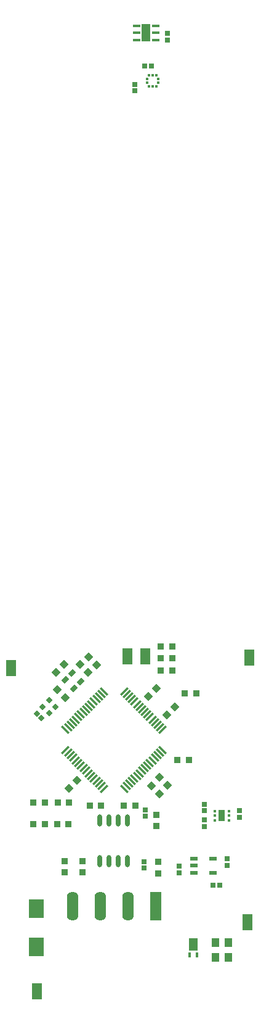
<source format=gbr>
%TF.GenerationSoftware,Altium Limited,Altium Designer,19.1.5 (86)*%
G04 Layer_Color=8421504*
%FSLAX26Y26*%
%MOIN*%
%TF.FileFunction,Paste,Top*%
%TF.Part,Single*%
G01*
G75*
%TA.AperFunction,SMDPad,CuDef*%
G04:AMPARAMS|DCode=10|XSize=35.433mil|YSize=33.465mil|CornerRadius=0mil|HoleSize=0mil|Usage=FLASHONLY|Rotation=45.000|XOffset=0mil|YOffset=0mil|HoleType=Round|Shape=Rectangle|*
%AMROTATEDRECTD10*
4,1,4,-0.000696,-0.024359,-0.024359,-0.000696,0.000696,0.024359,0.024359,0.000696,-0.000696,-0.024359,0.0*
%
%ADD10ROTATEDRECTD10*%

%ADD11P,0.038974X4X90.0*%
%ADD12P,0.035634X4X270.0*%
G04:AMPARAMS|DCode=13|XSize=35.433mil|YSize=33.465mil|CornerRadius=0mil|HoleSize=0mil|Usage=FLASHONLY|Rotation=135.000|XOffset=0mil|YOffset=0mil|HoleType=Round|Shape=Rectangle|*
%AMROTATEDRECTD13*
4,1,4,0.024359,-0.000696,0.000696,-0.024359,-0.024359,0.000696,-0.000696,0.024359,0.024359,-0.000696,0.0*
%
%ADD13ROTATEDRECTD13*%

G04:AMPARAMS|DCode=14|XSize=33.465mil|YSize=25.591mil|CornerRadius=0mil|HoleSize=0mil|Usage=FLASHONLY|Rotation=45.000|XOffset=0mil|YOffset=0mil|HoleType=Round|Shape=Rectangle|*
%AMROTATEDRECTD14*
4,1,4,-0.002784,-0.020879,-0.020879,-0.002784,0.002784,0.020879,0.020879,0.002784,-0.002784,-0.020879,0.0*
%
%ADD14ROTATEDRECTD14*%

%ADD15R,0.035433X0.033465*%
G04:AMPARAMS|DCode=16|XSize=11.811mil|YSize=55.118mil|CornerRadius=0mil|HoleSize=0mil|Usage=FLASHONLY|Rotation=225.000|XOffset=0mil|YOffset=0mil|HoleType=Round|Shape=Rectangle|*
%AMROTATEDRECTD16*
4,1,4,-0.015311,0.023663,0.023663,-0.015311,0.015311,-0.023663,-0.023663,0.015311,-0.015311,0.023663,0.0*
%
%ADD16ROTATEDRECTD16*%

G04:AMPARAMS|DCode=17|XSize=11.811mil|YSize=55.118mil|CornerRadius=0mil|HoleSize=0mil|Usage=FLASHONLY|Rotation=135.000|XOffset=0mil|YOffset=0mil|HoleType=Round|Shape=Rectangle|*
%AMROTATEDRECTD17*
4,1,4,0.023663,0.015311,-0.015311,-0.023663,-0.023663,-0.015311,0.015311,0.023663,0.023663,0.015311,0.0*
%
%ADD17ROTATEDRECTD17*%

%ADD18R,0.033465X0.035433*%
%ADD19R,0.025197X0.025197*%
%ADD20R,0.017716X0.011811*%
%ADD21R,0.035039X0.062992*%
%ADD22R,0.043307X0.023622*%
%ADD23O,0.025591X0.064961*%
%ADD24R,0.013780X0.014961*%
%ADD25R,0.050394X0.094488*%
%ADD26R,0.039370X0.015748*%
%ADD27R,0.055118X0.086614*%
%ADD28R,0.078740X0.098425*%
%ADD29R,0.015748X0.025591*%
%ADD30R,0.049213X0.070866*%
%ADD31O,0.062992X0.157480*%
%ADD32R,0.062992X0.157480*%
%ADD33R,0.025197X0.025197*%
%ADD34R,0.041339X0.051181*%
D10*
X3738425Y3181575D02*
D03*
X3781575Y3138425D02*
D03*
X3693425Y3141575D02*
D03*
X3736575Y3098425D02*
D03*
X3568425Y3006575D02*
D03*
X3611575Y2963425D02*
D03*
X4123150Y2441850D02*
D03*
X4080000Y2485000D02*
D03*
X4123425Y2531575D02*
D03*
X4166575Y2488425D02*
D03*
D11*
X3490201Y2914799D02*
D03*
X3525000Y2949597D02*
D03*
Y2880000D02*
D03*
X3559798Y2914799D02*
D03*
D12*
X3482806Y2852194D02*
D03*
X3457194Y2877806D02*
D03*
D13*
X3563425Y3098425D02*
D03*
X3606575Y3141575D02*
D03*
X4163425Y2868425D02*
D03*
X4206575Y2911575D02*
D03*
X4063425Y2968425D02*
D03*
X4106575Y3011575D02*
D03*
X3676575Y2516575D02*
D03*
X3633425Y2473425D02*
D03*
D14*
X3695000Y3050000D02*
D03*
X3657418Y3012418D02*
D03*
X3649066Y3095934D02*
D03*
X3611483Y3058352D02*
D03*
D15*
X4105000Y2330512D02*
D03*
Y2269488D02*
D03*
X4115000Y2014488D02*
D03*
Y2075512D02*
D03*
X3705000Y2080000D02*
D03*
Y2018976D02*
D03*
X3610000Y2080512D02*
D03*
Y2019488D02*
D03*
D16*
X3930879Y2471282D02*
D03*
X3944799Y2485202D02*
D03*
X3958718Y2499121D02*
D03*
X3972637Y2513040D02*
D03*
X3986557Y2526960D02*
D03*
X4000476Y2540879D02*
D03*
X4014396Y2554799D02*
D03*
X4028315Y2568718D02*
D03*
X4042235Y2582638D02*
D03*
X4056154Y2596557D02*
D03*
X4070073Y2610476D02*
D03*
X4083993Y2624396D02*
D03*
X4097912Y2638315D02*
D03*
X4111832Y2652235D02*
D03*
X4125751Y2666154D02*
D03*
X4139671Y2680073D02*
D03*
X3822308Y2997436D02*
D03*
X3808388Y2983517D02*
D03*
X3794469Y2969598D02*
D03*
X3780549Y2955678D02*
D03*
X3766630Y2941759D02*
D03*
X3752711Y2927839D02*
D03*
X3738791Y2913920D02*
D03*
X3724872Y2900000D02*
D03*
X3710952Y2886081D02*
D03*
X3697033Y2872162D02*
D03*
X3683113Y2858242D02*
D03*
X3669194Y2844323D02*
D03*
X3655275Y2830403D02*
D03*
X3641355Y2816484D02*
D03*
X3627436Y2802564D02*
D03*
X3613516Y2788645D02*
D03*
D17*
X4139671D02*
D03*
X4125751Y2802564D02*
D03*
X4111832Y2816484D02*
D03*
X4097912Y2830403D02*
D03*
X4083993Y2844323D02*
D03*
X4070073Y2858242D02*
D03*
X4056154Y2872162D02*
D03*
X4042235Y2886081D02*
D03*
X4028315Y2900000D02*
D03*
X4014396Y2913920D02*
D03*
X4000476Y2927839D02*
D03*
X3986557Y2941759D02*
D03*
X3972637Y2955678D02*
D03*
X3958718Y2969598D02*
D03*
X3944799Y2983517D02*
D03*
X3930879Y2997436D02*
D03*
X3613516Y2680073D02*
D03*
X3627436Y2666154D02*
D03*
X3641355Y2652235D02*
D03*
X3655275Y2638315D02*
D03*
X3669194Y2624396D02*
D03*
X3683113Y2610476D02*
D03*
X3697033Y2596557D02*
D03*
X3710952Y2582638D02*
D03*
X3724872Y2568718D02*
D03*
X3738791Y2554799D02*
D03*
X3752711Y2540879D02*
D03*
X3766630Y2526960D02*
D03*
X3780549Y2513040D02*
D03*
X3794469Y2499121D02*
D03*
X3808388Y2485202D02*
D03*
X3822308Y2471282D02*
D03*
D18*
X4320512Y2985000D02*
D03*
X4259488D02*
D03*
X4130000Y3110000D02*
D03*
X4191024D02*
D03*
X4280512Y2625000D02*
D03*
X4219488D02*
D03*
X3744488Y2380000D02*
D03*
X3805512D02*
D03*
X3990512D02*
D03*
X3929488D02*
D03*
X4191024Y3240000D02*
D03*
X4130000D02*
D03*
X4191024Y3175000D02*
D03*
X4130000D02*
D03*
X3501024Y2395000D02*
D03*
X3440000D02*
D03*
X3500512Y2280000D02*
D03*
X3439488D02*
D03*
X3632480Y2395000D02*
D03*
X3571457D02*
D03*
X3630000Y2280000D02*
D03*
X3568976D02*
D03*
D19*
X4165000Y6516890D02*
D03*
Y6553110D02*
D03*
X4365000Y2351890D02*
D03*
Y2388110D02*
D03*
Y2303110D02*
D03*
Y2266890D02*
D03*
X4555000Y2353110D02*
D03*
Y2316890D02*
D03*
X4490000Y2093110D02*
D03*
Y2056890D02*
D03*
X4230000Y2016890D02*
D03*
Y2053110D02*
D03*
X4040000Y2078110D02*
D03*
Y2041890D02*
D03*
X3990000Y6278110D02*
D03*
Y6241890D02*
D03*
X4045000Y2358110D02*
D03*
Y2321890D02*
D03*
D20*
X4421614Y2350591D02*
D03*
Y2325000D02*
D03*
Y2299410D02*
D03*
X4498386Y2350591D02*
D03*
Y2325000D02*
D03*
Y2299410D02*
D03*
D21*
X4460000Y2325000D02*
D03*
D22*
X4308819Y2092402D02*
D03*
Y2055000D02*
D03*
Y2017599D02*
D03*
X4411181D02*
D03*
Y2092402D02*
D03*
D23*
X3800000Y2078780D02*
D03*
X3850000D02*
D03*
X3900000D02*
D03*
X3950000D02*
D03*
X3800000Y2301220D02*
D03*
X3850000D02*
D03*
X3900000D02*
D03*
X3950000D02*
D03*
D24*
X4055000Y6305000D02*
D03*
Y6285315D02*
D03*
X4065433Y6265039D02*
D03*
X4085118D02*
D03*
X4104803D02*
D03*
X4115236Y6285315D02*
D03*
Y6305000D02*
D03*
X4104803Y6325276D02*
D03*
X4085118D02*
D03*
X4065433D02*
D03*
D25*
X4050000Y6555000D02*
D03*
D26*
X4102756Y6515630D02*
D03*
Y6555000D02*
D03*
Y6594370D02*
D03*
X3997244Y6515630D02*
D03*
Y6555000D02*
D03*
Y6594370D02*
D03*
D27*
X3950000Y3185000D02*
D03*
X4045000D02*
D03*
X4610000Y3180000D02*
D03*
X3320000Y3124252D02*
D03*
X4600000Y1750000D02*
D03*
X3460000Y1375000D02*
D03*
D28*
X3455000Y1615000D02*
D03*
Y1823661D02*
D03*
D29*
X4285315Y1574567D02*
D03*
X4324685D02*
D03*
D30*
X4305000Y1629685D02*
D03*
D31*
X3650787Y1835118D02*
D03*
X3800787D02*
D03*
X3950787D02*
D03*
D32*
X4100787D02*
D03*
D33*
X4411890Y1950000D02*
D03*
X4448110D02*
D03*
X4041890Y6375000D02*
D03*
X4078110D02*
D03*
D34*
X4494449Y1560000D02*
D03*
X4425551D02*
D03*
X4494449Y1640000D02*
D03*
X4425551D02*
D03*
%TF.MD5,807f76e6832aaa92558a0883277aaa8b*%
M02*

</source>
